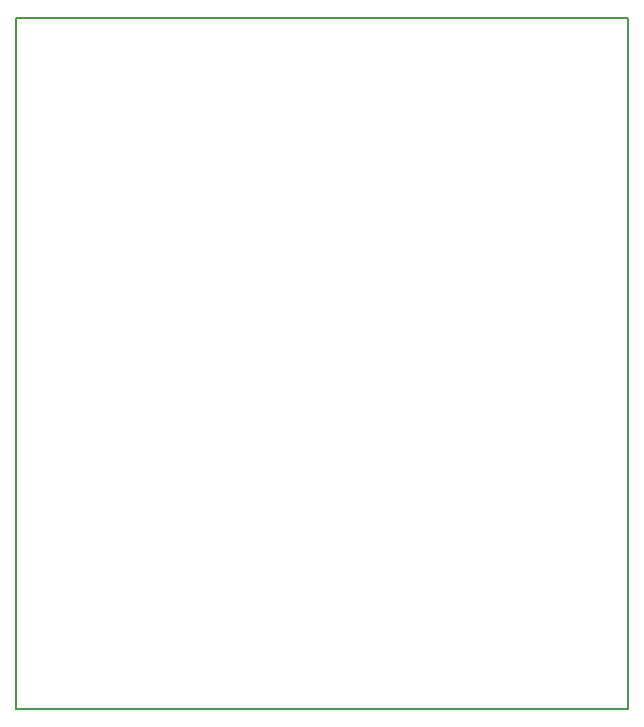
<source format=gbr>
G04 #@! TF.GenerationSoftware,KiCad,Pcbnew,5.0.0-fee4fd1~66~ubuntu16.04.1*
G04 #@! TF.CreationDate,2018-10-28T11:18:26+01:00*
G04 #@! TF.ProjectId,balancebot,62616C616E6365626F742E6B69636164,rev?*
G04 #@! TF.SameCoordinates,Original*
G04 #@! TF.FileFunction,Profile,NP*
%FSLAX46Y46*%
G04 Gerber Fmt 4.6, Leading zero omitted, Abs format (unit mm)*
G04 Created by KiCad (PCBNEW 5.0.0-fee4fd1~66~ubuntu16.04.1) date Sun Oct 28 11:18:26 2018*
%MOMM*%
%LPD*%
G01*
G04 APERTURE LIST*
%ADD10C,0.150000*%
G04 APERTURE END LIST*
D10*
X167000000Y-51500000D02*
X115200000Y-51500000D01*
X167000000Y-110000000D02*
X167000000Y-51500000D01*
X115200000Y-110000000D02*
X167000000Y-110000000D01*
X115200000Y-51500000D02*
X115200000Y-110000000D01*
M02*

</source>
